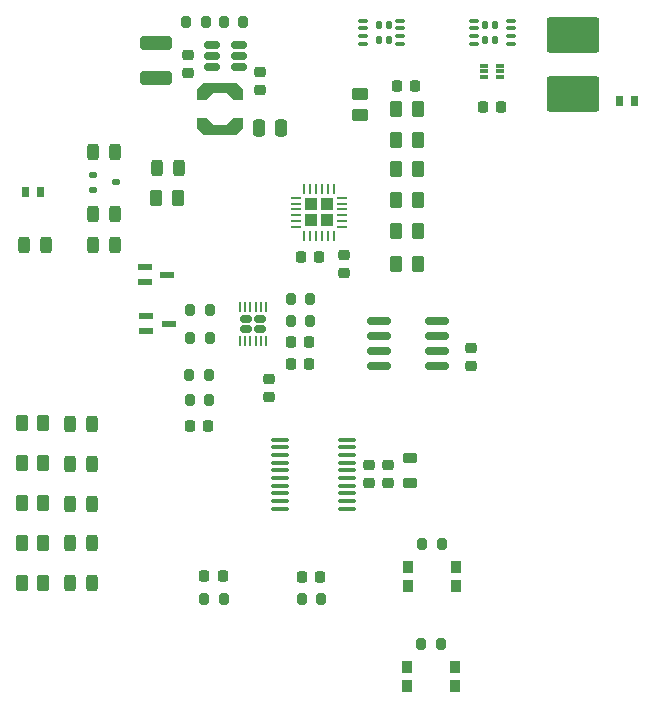
<source format=gbr>
%TF.GenerationSoftware,KiCad,Pcbnew,9.0.3*%
%TF.CreationDate,2025-07-28T19:21:27+02:00*%
%TF.ProjectId,USB_PD_JB,5553425f-5044-45f4-9a42-2e6b69636164,rev?*%
%TF.SameCoordinates,Original*%
%TF.FileFunction,Paste,Top*%
%TF.FilePolarity,Positive*%
%FSLAX46Y46*%
G04 Gerber Fmt 4.6, Leading zero omitted, Abs format (unit mm)*
G04 Created by KiCad (PCBNEW 9.0.3) date 2025-07-28 19:21:27*
%MOMM*%
%LPD*%
G01*
G04 APERTURE LIST*
G04 Aperture macros list*
%AMRoundRect*
0 Rectangle with rounded corners*
0 $1 Rounding radius*
0 $2 $3 $4 $5 $6 $7 $8 $9 X,Y pos of 4 corners*
0 Add a 4 corners polygon primitive as box body*
4,1,4,$2,$3,$4,$5,$6,$7,$8,$9,$2,$3,0*
0 Add four circle primitives for the rounded corners*
1,1,$1+$1,$2,$3*
1,1,$1+$1,$4,$5*
1,1,$1+$1,$6,$7*
1,1,$1+$1,$8,$9*
0 Add four rect primitives between the rounded corners*
20,1,$1+$1,$2,$3,$4,$5,0*
20,1,$1+$1,$4,$5,$6,$7,0*
20,1,$1+$1,$6,$7,$8,$9,0*
20,1,$1+$1,$8,$9,$2,$3,0*%
%AMFreePoly0*
4,1,11,1.015000,1.170000,0.435000,0.575000,0.435000,-0.575000,1.015000,-1.170000,1.015000,-1.945000,0.125000,-1.945000,-0.435000,-1.395000,-0.435000,1.395000,0.125000,1.945000,1.015000,1.945000,1.015000,1.170000,1.015000,1.170000,$1*%
%AMFreePoly1*
4,1,11,0.435000,1.395000,0.435000,-1.395000,-0.125000,-1.945000,-1.015000,-1.945000,-1.015000,-1.170000,-0.435000,-0.575000,-0.435000,0.575000,-1.015000,1.170000,-1.015000,1.945000,-0.125000,1.945000,0.435000,1.395000,0.435000,1.395000,$1*%
G04 Aperture macros list end*
%ADD10C,0.010000*%
%ADD11RoundRect,0.087500X0.250000X0.087500X-0.250000X0.087500X-0.250000X-0.087500X0.250000X-0.087500X0*%
%ADD12RoundRect,0.225000X0.225000X0.250000X-0.225000X0.250000X-0.225000X-0.250000X0.225000X-0.250000X0*%
%ADD13RoundRect,0.225000X-0.225000X-0.250000X0.225000X-0.250000X0.225000X0.250000X-0.225000X0.250000X0*%
%ADD14RoundRect,0.200000X-0.200000X-0.275000X0.200000X-0.275000X0.200000X0.275000X-0.200000X0.275000X0*%
%ADD15RoundRect,0.243750X-0.243750X-0.456250X0.243750X-0.456250X0.243750X0.456250X-0.243750X0.456250X0*%
%ADD16RoundRect,0.062500X-0.552500X-0.187500X0.552500X-0.187500X0.552500X0.187500X-0.552500X0.187500X0*%
%ADD17RoundRect,0.150000X0.512500X0.150000X-0.512500X0.150000X-0.512500X-0.150000X0.512500X-0.150000X0*%
%ADD18R,0.900000X1.000000*%
%ADD19RoundRect,0.225000X-0.250000X0.225000X-0.250000X-0.225000X0.250000X-0.225000X0.250000X0.225000X0*%
%ADD20RoundRect,0.250000X0.262500X0.450000X-0.262500X0.450000X-0.262500X-0.450000X0.262500X-0.450000X0*%
%ADD21RoundRect,0.225000X0.250000X-0.225000X0.250000X0.225000X-0.250000X0.225000X-0.250000X-0.225000X0*%
%ADD22RoundRect,0.250000X-0.262500X-0.450000X0.262500X-0.450000X0.262500X0.450000X-0.262500X0.450000X0*%
%ADD23RoundRect,0.075000X-0.340000X-0.075000X0.340000X-0.075000X0.340000X0.075000X-0.340000X0.075000X0*%
%ADD24RoundRect,0.127500X-0.127500X-0.190000X0.127500X-0.190000X0.127500X0.190000X-0.127500X0.190000X0*%
%ADD25RoundRect,0.243750X0.243750X0.456250X-0.243750X0.456250X-0.243750X-0.456250X0.243750X-0.456250X0*%
%ADD26FreePoly0,270.000000*%
%ADD27FreePoly1,270.000000*%
%ADD28RoundRect,0.150000X-0.825000X-0.150000X0.825000X-0.150000X0.825000X0.150000X-0.825000X0.150000X0*%
%ADD29RoundRect,0.250001X-1.974999X1.262499X-1.974999X-1.262499X1.974999X-1.262499X1.974999X1.262499X0*%
%ADD30RoundRect,0.075000X0.340000X0.075000X-0.340000X0.075000X-0.340000X-0.075000X0.340000X-0.075000X0*%
%ADD31RoundRect,0.127500X0.127500X0.190000X-0.127500X0.190000X-0.127500X-0.190000X0.127500X-0.190000X0*%
%ADD32RoundRect,0.218750X-0.381250X0.218750X-0.381250X-0.218750X0.381250X-0.218750X0.381250X0.218750X0*%
%ADD33RoundRect,0.167500X0.312500X-0.167500X0.312500X0.167500X-0.312500X0.167500X-0.312500X-0.167500X0*%
%ADD34RoundRect,0.062500X0.062500X-0.362500X0.062500X0.362500X-0.062500X0.362500X-0.062500X-0.362500X0*%
%ADD35RoundRect,0.250000X-1.100000X0.325000X-1.100000X-0.325000X1.100000X-0.325000X1.100000X0.325000X0*%
%ADD36RoundRect,0.250000X-0.450000X0.262500X-0.450000X-0.262500X0.450000X-0.262500X0.450000X0.262500X0*%
%ADD37RoundRect,0.112500X-0.237500X0.112500X-0.237500X-0.112500X0.237500X-0.112500X0.237500X0.112500X0*%
%ADD38RoundRect,0.250000X-0.250000X-0.475000X0.250000X-0.475000X0.250000X0.475000X-0.250000X0.475000X0*%
%ADD39RoundRect,0.100000X0.637500X0.100000X-0.637500X0.100000X-0.637500X-0.100000X0.637500X-0.100000X0*%
%ADD40RoundRect,0.250000X0.295000X0.295000X-0.295000X0.295000X-0.295000X-0.295000X0.295000X-0.295000X0*%
%ADD41RoundRect,0.062500X0.350000X0.062500X-0.350000X0.062500X-0.350000X-0.062500X0.350000X-0.062500X0*%
%ADD42RoundRect,0.062500X0.062500X0.350000X-0.062500X0.350000X-0.062500X-0.350000X0.062500X-0.350000X0*%
G04 APERTURE END LIST*
D10*
%TO.C,D2*%
X118535000Y-90880000D02*
X118015000Y-90880000D01*
X118015000Y-90120000D01*
X118535000Y-90120000D01*
X118535000Y-90880000D01*
G36*
X118535000Y-90880000D02*
G01*
X118015000Y-90880000D01*
X118015000Y-90120000D01*
X118535000Y-90120000D01*
X118535000Y-90880000D01*
G37*
X119785000Y-90880000D02*
X119265000Y-90880000D01*
X119265000Y-90120000D01*
X119785000Y-90120000D01*
X119785000Y-90880000D01*
G36*
X119785000Y-90880000D02*
G01*
X119265000Y-90880000D01*
X119265000Y-90120000D01*
X119785000Y-90120000D01*
X119785000Y-90880000D01*
G37*
%TO.C,D5*%
X168810000Y-83180000D02*
X168290000Y-83180000D01*
X168290000Y-82420000D01*
X168810000Y-82420000D01*
X168810000Y-83180000D01*
G36*
X168810000Y-83180000D02*
G01*
X168290000Y-83180000D01*
X168290000Y-82420000D01*
X168810000Y-82420000D01*
X168810000Y-83180000D01*
G37*
X170060000Y-83180000D02*
X169540000Y-83180000D01*
X169540000Y-82420000D01*
X170060000Y-82420000D01*
X170060000Y-83180000D01*
G36*
X170060000Y-83180000D02*
G01*
X169540000Y-83180000D01*
X169540000Y-82420000D01*
X170060000Y-82420000D01*
X170060000Y-83180000D01*
G37*
%TD*%
D11*
%TO.C,U6*%
X158512500Y-80800000D03*
X158512500Y-80300000D03*
X158512500Y-79800000D03*
X157087500Y-79800000D03*
X157087500Y-80300000D03*
X157087500Y-80800000D03*
%TD*%
D12*
%TO.C,C3*%
X151275000Y-81500000D03*
X149725000Y-81500000D03*
%TD*%
D13*
%TO.C,C14*%
X140750000Y-105100000D03*
X142300000Y-105100000D03*
%TD*%
D14*
%TO.C,R23*%
X131900000Y-76100000D03*
X133550000Y-76100000D03*
%TD*%
D15*
%TO.C,C1*%
X118162500Y-95000000D03*
X120037500Y-95000000D03*
%TD*%
D16*
%TO.C,D3*%
X128545000Y-101000000D03*
X128545000Y-102300000D03*
X130425000Y-101650000D03*
%TD*%
D17*
%TO.C,U4*%
X136412500Y-79949999D03*
X136412500Y-79000000D03*
X136412500Y-78050001D03*
X134137500Y-78050001D03*
X134137500Y-79000000D03*
X134137500Y-79949999D03*
%TD*%
D18*
%TO.C,RST1*%
X150575000Y-130750000D03*
X154675000Y-130750000D03*
X150575000Y-132350000D03*
X154675000Y-132350000D03*
%TD*%
D13*
%TO.C,C10*%
X141725000Y-123100000D03*
X143275000Y-123100000D03*
%TD*%
D19*
%TO.C,C13*%
X132025000Y-78925000D03*
X132025000Y-80475000D03*
%TD*%
D20*
%TO.C,R25*%
X131212500Y-91000000D03*
X129387500Y-91000000D03*
%TD*%
D13*
%TO.C,C19*%
X132225000Y-110300000D03*
X133775000Y-110300000D03*
%TD*%
D21*
%TO.C,C7*%
X149000000Y-115175000D03*
X149000000Y-113625000D03*
%TD*%
D22*
%TO.C,R16*%
X118000000Y-110100000D03*
X119825000Y-110100000D03*
%TD*%
D14*
%TO.C,R5*%
X140750000Y-101400000D03*
X142400000Y-101400000D03*
%TD*%
D22*
%TO.C,R19*%
X117975000Y-120225000D03*
X119800000Y-120225000D03*
%TD*%
D23*
%TO.C,Q1*%
X146900000Y-76000000D03*
X146900000Y-76650000D03*
X146900000Y-77300000D03*
X146900000Y-77950000D03*
D24*
X148220000Y-76349000D03*
X148220000Y-77601000D03*
X149080000Y-76349000D03*
X149080000Y-77601000D03*
D23*
X150010000Y-76000000D03*
X150010000Y-76650000D03*
X150010000Y-77300000D03*
X150010000Y-77950000D03*
%TD*%
D25*
%TO.C,D9*%
X123975001Y-120255000D03*
X122099999Y-120255000D03*
%TD*%
D14*
%TO.C,R27*%
X132175000Y-106000000D03*
X133825000Y-106000000D03*
%TD*%
D22*
%TO.C,R10*%
X149687500Y-83500000D03*
X151512500Y-83500000D03*
%TD*%
D26*
%TO.C,L1*%
X134800000Y-81700000D03*
D27*
X134800000Y-85230000D03*
%TD*%
D28*
%TO.C,U5*%
X148225000Y-101395000D03*
X148225000Y-102665000D03*
X148225000Y-103935000D03*
X148225000Y-105205000D03*
X153175000Y-105205000D03*
X153175000Y-103935000D03*
X153175000Y-102665000D03*
X153175000Y-101395000D03*
%TD*%
D19*
%TO.C,C4*%
X145300000Y-95825000D03*
X145300000Y-97375000D03*
%TD*%
D21*
%TO.C,C8*%
X147400000Y-115175000D03*
X147400000Y-113625000D03*
%TD*%
D13*
%TO.C,C9*%
X133450000Y-123000000D03*
X135000000Y-123000000D03*
%TD*%
%TO.C,C12*%
X140750000Y-103180000D03*
X142300000Y-103180000D03*
%TD*%
D22*
%TO.C,R6*%
X149687500Y-93800000D03*
X151512500Y-93800000D03*
%TD*%
%TO.C,R9*%
X149687500Y-88600000D03*
X151512500Y-88600000D03*
%TD*%
D18*
%TO.C,BOOT1*%
X150675000Y-122300000D03*
X154775000Y-122300000D03*
X150675000Y-123900000D03*
X154775000Y-123900000D03*
%TD*%
D14*
%TO.C,R24*%
X135100000Y-76100000D03*
X136750000Y-76100000D03*
%TD*%
D13*
%TO.C,C5*%
X141625000Y-96000000D03*
X143175000Y-96000000D03*
%TD*%
D29*
%TO.C,R26*%
X164700000Y-77187500D03*
X164700000Y-82212500D03*
%TD*%
D14*
%TO.C,R21*%
X132250000Y-100500000D03*
X133900000Y-100500000D03*
%TD*%
%TO.C,R12*%
X133425000Y-124975000D03*
X135075000Y-124975000D03*
%TD*%
D22*
%TO.C,R17*%
X118000000Y-113475000D03*
X119825000Y-113475000D03*
%TD*%
D25*
%TO.C,D6*%
X123975001Y-110160000D03*
X122099999Y-110160000D03*
%TD*%
D22*
%TO.C,R7*%
X149687500Y-91200000D03*
X151512500Y-91200000D03*
%TD*%
D25*
%TO.C,D10*%
X123975001Y-123620000D03*
X122099999Y-123620000D03*
%TD*%
D30*
%TO.C,Q2*%
X159390000Y-77950000D03*
X159390000Y-77300000D03*
X159390000Y-76650000D03*
X159390000Y-76000000D03*
D31*
X158070000Y-77601000D03*
X158070000Y-76349000D03*
X157210000Y-77601000D03*
X157210000Y-76349000D03*
D30*
X156280000Y-77950000D03*
X156280000Y-77300000D03*
X156280000Y-76650000D03*
X156280000Y-76000000D03*
%TD*%
D25*
%TO.C,D8*%
X123975001Y-116890000D03*
X122099999Y-116890000D03*
%TD*%
D19*
%TO.C,C15*%
X138900000Y-106325000D03*
X138900000Y-107875000D03*
%TD*%
D32*
%TO.C,FB1*%
X150900000Y-113037500D03*
X150900000Y-115162500D03*
%TD*%
D33*
%TO.C,U3*%
X136980000Y-102120000D03*
X138170000Y-102120000D03*
X136980000Y-101300000D03*
X138170000Y-101300000D03*
D34*
X136450000Y-103160000D03*
X136900000Y-103160000D03*
X137350000Y-103160000D03*
X137800000Y-103160000D03*
X138250000Y-103160000D03*
X138700000Y-103160000D03*
X138700000Y-100260000D03*
X138250000Y-100260000D03*
X137800000Y-100260000D03*
X137350000Y-100260000D03*
X136900000Y-100260000D03*
X136450000Y-100260000D03*
%TD*%
D25*
%TO.C,D7*%
X123975001Y-113525000D03*
X122099999Y-113525000D03*
%TD*%
D35*
%TO.C,C11*%
X129325000Y-77925000D03*
X129325000Y-80875000D03*
%TD*%
D15*
%TO.C,C2*%
X124050001Y-87082499D03*
X125925001Y-87082499D03*
%TD*%
D21*
%TO.C,C18*%
X156000000Y-105275000D03*
X156000000Y-103725000D03*
%TD*%
D14*
%TO.C,R14*%
X151800000Y-128800000D03*
X153450000Y-128800000D03*
%TD*%
D20*
%TO.C,R11*%
X151512500Y-86100000D03*
X149687500Y-86100000D03*
%TD*%
D14*
%TO.C,R15*%
X151900000Y-120300000D03*
X153550000Y-120300000D03*
%TD*%
%TO.C,R13*%
X141675000Y-125000000D03*
X143325000Y-125000000D03*
%TD*%
D15*
%TO.C,R1*%
X124037501Y-92400000D03*
X125912503Y-92400000D03*
%TD*%
D16*
%TO.C,D1*%
X128420001Y-96850000D03*
X128420001Y-98150000D03*
X130300000Y-97500000D03*
%TD*%
D36*
%TO.C,R8*%
X146600000Y-82187500D03*
X146600000Y-84012500D03*
%TD*%
D19*
%TO.C,C16*%
X138200000Y-80325000D03*
X138200000Y-81875000D03*
%TD*%
D22*
%TO.C,R18*%
X118000000Y-116850000D03*
X119825000Y-116850000D03*
%TD*%
%TO.C,R20*%
X117975000Y-123600000D03*
X119800000Y-123600000D03*
%TD*%
D37*
%TO.C,D4*%
X123987501Y-89032499D03*
X123987501Y-90332499D03*
X125987501Y-89682499D03*
%TD*%
D15*
%TO.C,D11*%
X129425000Y-88500000D03*
X131300000Y-88500000D03*
%TD*%
D14*
%TO.C,R22*%
X132250000Y-102900000D03*
X133900000Y-102900000D03*
%TD*%
D38*
%TO.C,C17*%
X138050000Y-85100000D03*
X139950000Y-85100000D03*
%TD*%
D39*
%TO.C,U2*%
X145562500Y-117325000D03*
X145562500Y-116675000D03*
X145562500Y-116025000D03*
X145562500Y-115375000D03*
X145562500Y-114725000D03*
X145562500Y-114075000D03*
X145562500Y-113425000D03*
X145562500Y-112775000D03*
X145562500Y-112125000D03*
X145562500Y-111475000D03*
X139837500Y-111475000D03*
X139837500Y-112125000D03*
X139837500Y-112775000D03*
X139837500Y-113425000D03*
X139837500Y-114075000D03*
X139837500Y-114725000D03*
X139837500Y-115375000D03*
X139837500Y-116025000D03*
X139837500Y-116675000D03*
X139837500Y-117325000D03*
%TD*%
D22*
%TO.C,R3*%
X149687500Y-96600000D03*
X151512500Y-96600000D03*
%TD*%
D15*
%TO.C,R2*%
X124000000Y-95000000D03*
X125875002Y-95000000D03*
%TD*%
D14*
%TO.C,R28*%
X132200000Y-108100000D03*
X133850000Y-108100000D03*
%TD*%
D40*
%TO.C,U1*%
X143825000Y-92912500D03*
X143825000Y-91562500D03*
X142475000Y-92912500D03*
X142475000Y-91562500D03*
D41*
X145112500Y-93487500D03*
X145112500Y-92987500D03*
X145112500Y-92487500D03*
X145112500Y-91987500D03*
X145112500Y-91487500D03*
X145112500Y-90987500D03*
D42*
X144400000Y-90275000D03*
X143900000Y-90275000D03*
X143400000Y-90275000D03*
X142900000Y-90275000D03*
X142400000Y-90275000D03*
X141900000Y-90275000D03*
D41*
X141187500Y-90987500D03*
X141187500Y-91487500D03*
X141187500Y-91987500D03*
X141187500Y-92487500D03*
X141187500Y-92987500D03*
X141187500Y-93487500D03*
D42*
X141900000Y-94200000D03*
X142400000Y-94200000D03*
X142900000Y-94200000D03*
X143400000Y-94200000D03*
X143900000Y-94200000D03*
X144400000Y-94200000D03*
%TD*%
D12*
%TO.C,C6*%
X158575000Y-83300000D03*
X157025000Y-83300000D03*
%TD*%
D14*
%TO.C,R4*%
X140750000Y-99600000D03*
X142400000Y-99600000D03*
%TD*%
M02*

</source>
